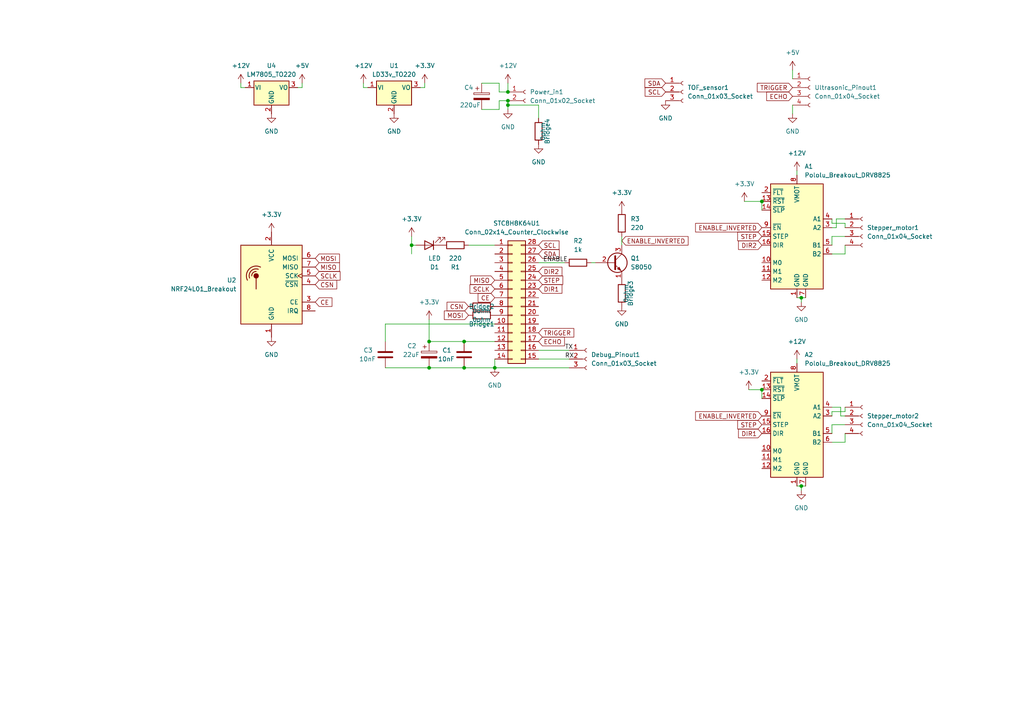
<source format=kicad_sch>
(kicad_sch (version 20230121) (generator eeschema)
  (paper "A4")
  (lib_symbols
    (symbol "Connector:Conn_01x02_Socket" (pin_names (offset 1.016) hide)
      (property "Reference" "J" (at 0 2.54 0))
      (property "Value" "Conn_01x02_Socket" (at 0 -5.08 0))
      (symbol "Conn_01x02_Socket_1_1"
        (arc (start 0 -2.032) (mid -0.5058 -2.54) (end 0 -3.048) (stroke (width 0.1524)))
        (polyline (pts (xy -1.27 -2.54) (xy -0.508 -2.54)) (stroke (width 0.1524)))
        (polyline (pts (xy -1.27 0) (xy -0.508 0)) (stroke (width 0.1524)))
        (arc (start 0 0.508) (mid -0.5058 0) (end 0 -0.508) (stroke (width 0.1524)))
        (pin passive line (at -5.08 0 0) (length 3.81) (name "Pin_1") (number "1"))
        (pin passive line (at -5.08 -2.54 0) (length 3.81) (name "Pin_2") (number "2"))
      )
    )
    (symbol "Connector:Conn_01x03_Socket" (pin_names (offset 1.016) hide)
      (property "Reference" "J" (at 0 5.08 0))
      (property "Value" "Conn_01x03_Socket" (at 0 -5.08 0))
      (symbol "Conn_01x03_Socket_1_1"
        (arc (start 0 -2.032) (mid -0.5058 -2.54) (end 0 -3.048) (stroke (width 0.1524)))
        (polyline (pts (xy -1.27 -2.54) (xy -0.508 -2.54)) (stroke (width 0.1524)))
        (polyline (pts (xy -1.27 0) (xy -0.508 0)) (stroke (width 0.1524)))
        (polyline (pts (xy -1.27 2.54) (xy -0.508 2.54)) (stroke (width 0.1524)))
        (arc (start 0 0.508) (mid -0.5058 0) (end 0 -0.508) (stroke (width 0.1524)))
        (arc (start 0 3.048) (mid -0.5058 2.54) (end 0 2.032) (stroke (width 0.1524)))
        (pin passive line (at -5.08 2.54 0) (length 3.81) (name "Pin_1") (number "1"))
        (pin passive line (at -5.08 0 0) (length 3.81) (name "Pin_2") (number "2"))
        (pin passive line (at -5.08 -2.54 0) (length 3.81) (name "Pin_3") (number "3"))
      )
    )
    (symbol "Connector:Conn_01x04_Socket" (pin_names (offset 1.016) hide)
      (property "Reference" "J" (at 0 5.08 0))
      (property "Value" "Conn_01x04_Socket" (at 0 -7.62 0))
      (symbol "Conn_01x04_Socket_1_1"
        (arc (start 0 -4.572) (mid -0.5058 -5.08) (end 0 -5.588) (stroke (width 0.1524)))
        (arc (start 0 -2.032) (mid -0.5058 -2.54) (end 0 -3.048) (stroke (width 0.1524)))
        (polyline (pts (xy -1.27 -5.08) (xy -0.508 -5.08)) (stroke (width 0.1524)))
        (polyline (pts (xy -1.27 -2.54) (xy -0.508 -2.54)) (stroke (width 0.1524)))
        (polyline (pts (xy -1.27 0) (xy -0.508 0)) (stroke (width 0.1524)))
        (polyline (pts (xy -1.27 2.54) (xy -0.508 2.54)) (stroke (width 0.1524)))
        (arc (start 0 0.508) (mid -0.5058 0) (end 0 -0.508) (stroke (width 0.1524)))
        (arc (start 0 3.048) (mid -0.5058 2.54) (end 0 2.032) (stroke (width 0.1524)))
        (pin passive line (at -5.08 2.54 0) (length 3.81) (name "Pin_1") (number "1"))
        (pin passive line (at -5.08 0 0) (length 3.81) (name "Pin_2") (number "2"))
        (pin passive line (at -5.08 -2.54 0) (length 3.81) (name "Pin_3") (number "3"))
        (pin passive line (at -5.08 -5.08 0) (length 3.81) (name "Pin_4") (number "4"))
      )
    )
    (symbol "Connector_Generic:Conn_02x14_Counter_Clockwise" (pin_names (offset 1.016) hide)
      (property "Reference" "J" (at 1.27 17.78 0))
      (property "Value" "Conn_02x14_Counter_Clockwise" (at 1.27 -20.32 0))
      (symbol "Conn_02x14_Counter_Clockwise_1_1"
        (rectangle (start -1.27 -17.653) (end 0 -17.907) (stroke (width 0.1524)))
        (rectangle (start -1.27 -15.113) (end 0 -15.367) (stroke (width 0.1524)))
        (rectangle (start -1.27 -12.573) (end 0 -12.827) (stroke (width 0.1524)))
        (rectangle (start -1.27 -10.033) (end 0 -10.287) (stroke (width 0.1524)))
        (rectangle (start -1.27 -7.493) (end 0 -7.747) (stroke (width 0.1524)))
        (rectangle (start -1.27 -4.953) (end 0 -5.207) (stroke (width 0.1524)))
        (rectangle (start -1.27 -2.413) (end 0 -2.667) (stroke (width 0.1524)))
        (rectangle (start -1.27 0.127) (end 0 -0.127) (stroke (width 0.1524)))
        (rectangle (start -1.27 2.667) (end 0 2.413) (stroke (width 0.1524)))
        (rectangle (start -1.27 5.207) (end 0 4.953) (stroke (width 0.1524)))
        (rectangle (start -1.27 7.747) (end 0 7.493) (stroke (width 0.1524)))
        (rectangle (start -1.27 10.287) (end 0 10.033) (stroke (width 0.1524)))
        (rectangle (start -1.27 12.827) (end 0 12.573) (stroke (width 0.1524)))
        (rectangle (start -1.27 15.367) (end 0 15.113) (stroke (width 0.1524)))
        (rectangle (start -1.27 16.51) (end 3.81 -19.05) (stroke (width 0.254)) (fill (type background)))
        (rectangle (start 3.81 -17.653) (end 2.54 -17.907) (stroke (width 0.1524)))
        (rectangle (start 3.81 -15.113) (end 2.54 -15.367) (stroke (width 0.1524)))
        (rectangle (start 3.81 -12.573) (end 2.54 -12.827) (stroke (width 0.1524)))
        (rectangle (start 3.81 -10.033) (end 2.54 -10.287) (stroke (width 0.1524)))
        (rectangle (start 3.81 -7.493) (end 2.54 -7.747) (stroke (width 0.1524)))
        (rectangle (start 3.81 -4.953) (end 2.54 -5.207) (stroke (width 0.1524)))
        (rectangle (start 3.81 -2.413) (end 2.54 -2.667) (stroke (width 0.1524)))
        (rectangle (start 3.81 0.127) (end 2.54 -0.127) (stroke (width 0.1524)))
        (rectangle (start 3.81 2.667) (end 2.54 2.413) (stroke (width 0.1524)))
        (rectangle (start 3.81 5.207) (end 2.54 4.953) (stroke (width 0.1524)))
        (rectangle (start 3.81 7.747) (end 2.54 7.493) (stroke (width 0.1524)))
        (rectangle (start 3.81 10.287) (end 2.54 10.033) (stroke (width 0.1524)))
        (rectangle (start 3.81 12.827) (end 2.54 12.573) (stroke (width 0.1524)))
        (rectangle (start 3.81 15.367) (end 2.54 15.113) (stroke (width 0.1524)))
        (pin passive line (at -5.08 15.24 0) (length 3.81) (name "Pin_1") (number "1"))
        (pin passive line (at -5.08 -7.62 0) (length 3.81) (name "Pin_10") (number "10"))
        (pin passive line (at -5.08 -10.16 0) (length 3.81) (name "Pin_11") (number "11"))
        (pin passive line (at -5.08 -12.7 0) (length 3.81) (name "Pin_12") (number "12"))
        (pin passive line (at -5.08 -15.24 0) (length 3.81) (name "Pin_13") (number "13"))
        (pin passive line (at -5.08 -17.78 0) (length 3.81) (name "Pin_14") (number "14"))
        (pin passive line (at 7.62 -17.78 180) (length 3.81) (name "Pin_15") (number "15"))
        (pin passive line (at 7.62 -15.24 180) (length 3.81) (name "Pin_16") (number "16"))
        (pin passive line (at 7.62 -12.7 180) (length 3.81) (name "Pin_17") (number "17"))
        (pin passive line (at 7.62 -10.16 180) (length 3.81) (name "Pin_18") (number "18"))
        (pin passive line (at 7.62 -7.62 180) (length 3.81) (name "Pin_19") (number "19"))
        (pin passive line (at -5.08 12.7 0) (length 3.81) (name "Pin_2") (number "2"))
        (pin passive line (at 7.62 -5.08 180) (length 3.81) (name "Pin_20") (number "20"))
        (pin passive line (at 7.62 -2.54 180) (length 3.81) (name "Pin_21") (number "21"))
        (pin passive line (at 7.62 0 180) (length 3.81) (name "Pin_22") (number "22"))
        (pin passive line (at 7.62 2.54 180) (length 3.81) (name "Pin_23") (number "23"))
        (pin passive line (at 7.62 5.08 180) (length 3.81) (name "Pin_24") (number "24"))
        (pin passive line (at 7.62 7.62 180) (length 3.81) (name "Pin_25") (number "25"))
        (pin passive line (at 7.62 10.16 180) (length 3.81) (name "Pin_26") (number "26"))
        (pin passive line (at 7.62 12.7 180) (length 3.81) (name "Pin_27") (number "27"))
        (pin passive line (at 7.62 15.24 180) (length 3.81) (name "Pin_28") (number "28"))
        (pin passive line (at -5.08 10.16 0) (length 3.81) (name "Pin_3") (number "3"))
        (pin passive line (at -5.08 7.62 0) (length 3.81) (name "Pin_4") (number "4"))
        (pin passive line (at -5.08 5.08 0) (length 3.81) (name "Pin_5") (number "5"))
        (pin passive line (at -5.08 2.54 0) (length 3.81) (name "Pin_6") (number "6"))
        (pin passive line (at -5.08 0 0) (length 3.81) (name "Pin_7") (number "7"))
        (pin passive line (at -5.08 -2.54 0) (length 3.81) (name "Pin_8") (number "8"))
        (pin passive line (at -5.08 -5.08 0) (length 3.81) (name "Pin_9") (number "9"))
      )
    )
    (symbol "Device:C" (pin_numbers hide) (pin_names (offset 0.254))
      (property "Reference" "C" (at 0.635 2.54 0))
      (property "Value" "C" (at 0.635 -2.54 0))
      (symbol "C_0_1"
        (polyline (pts (xy -2.032 -0.762) (xy 2.032 -0.762)) (stroke (width 0.508)))
        (polyline (pts (xy -2.032 0.762) (xy 2.032 0.762)) (stroke (width 0.508)))
      )
      (symbol "C_1_1"
        (pin passive line (at 0 3.81 270) (length 2.794) (name "~") (number "1"))
        (pin passive line (at 0 -3.81 90) (length 2.794) (name "~") (number "2"))
      )
    )
    (symbol "Device:C_Polarized" (pin_numbers hide) (pin_names (offset 0.254))
      (property "Reference" "C" (at 0.635 2.54 0))
      (property "Value" "C_Polarized" (at 0.635 -2.54 0))
      (symbol "C_Polarized_0_1"
        (rectangle (start -2.286 0.508) (end 2.286 1.016))
        (polyline (pts (xy -1.778 2.286) (xy -0.762 2.286)))
        (polyline (pts (xy -1.27 2.794) (xy -1.27 1.778)))
        (rectangle (start 2.286 -0.508) (end -2.286 -1.016) (fill (type outline)))
      )
      (symbol "C_Polarized_1_1"
        (pin passive line (at 0 3.81 270) (length 2.794) (name "~") (number "1"))
        (pin passive line (at 0 -3.81 90) (length 2.794) (name "~") (number "2"))
      )
    )
    (symbol "Device:LED" (pin_numbers hide) (pin_names (offset 1.016) hide)
      (property "Reference" "D" (at 0 2.54 0))
      (property "Value" "LED" (at 0 -2.54 0))
      (symbol "LED_0_1"
        (polyline (pts (xy -1.27 -1.27) (xy -1.27 1.27)) (stroke (width 0.254)))
        (polyline (pts (xy -1.27 0) (xy 1.27 0)))
        (polyline (pts (xy 1.27 -1.27) (xy 1.27 1.27) (xy -1.27 0) (xy 1.27 -1.27)) (stroke (width 0.254)))
        (polyline (pts (xy -3.048 -0.762) (xy -4.572 -2.286) (xy -3.81 -2.286) (xy -4.572 -2.286) (xy -4.572 -1.524)))
        (polyline (pts (xy -1.778 -0.762) (xy -3.302 -2.286) (xy -2.54 -2.286) (xy -3.302 -2.286) (xy -3.302 -1.524)))
      )
      (symbol "LED_1_1"
        (pin passive line (at -3.81 0 0) (length 2.54) (name "K") (number "1"))
        (pin passive line (at 3.81 0 180) (length 2.54) (name "A") (number "2"))
      )
    )
    (symbol "Device:R" (pin_numbers hide) (pin_names (offset 0))
      (property "Reference" "R" (at 2.032 0 90))
      (property "Value" "R" (at 0 0 90))
      (symbol "R_0_1"
        (rectangle (start -1.016 -2.54) (end 1.016 2.54) (stroke (width 0.254)))
      )
      (symbol "R_1_1"
        (pin passive line (at 0 3.81 270) (length 1.27) (name "~") (number "1"))
        (pin passive line (at 0 -3.81 90) (length 1.27) (name "~") (number "2"))
      )
    )
    (symbol "Driver_Motor:Pololu_Breakout_DRV8825"
      (property "Reference" "A" (at -2.54 16.51 0))
      (property "Value" "Pololu_Breakout_DRV8825" (at -2.54 13.97 0))
      (symbol "Pololu_Breakout_DRV8825_0_1"
        (rectangle (start 7.62 -17.78) (end -7.62 12.7) (stroke (width 0.254)) (fill (type background)))
      )
      (symbol "Pololu_Breakout_DRV8825_1_1"
        (pin power_in line (at 0 -20.32 90) (length 2.54) (name "GND") (number "1"))
        (pin input line (at -10.16 -10.16 0) (length 2.54) (name "M0") (number "10"))
        (pin input line (at -10.16 -12.7 0) (length 2.54) (name "M1") (number "11"))
        (pin input line (at -10.16 -15.24 0) (length 2.54) (name "M2") (number "12"))
        (pin input line (at -10.16 7.62 0) (length 2.54) (name "~{RST}") (number "13"))
        (pin input line (at -10.16 5.08 0) (length 2.54) (name "~{SLP}") (number "14"))
        (pin input line (at -10.16 -2.54 0) (length 2.54) (name "STEP") (number "15"))
        (pin input line (at -10.16 -5.08 0) (length 2.54) (name "DIR") (number "16"))
        (pin output line (at -10.16 10.16 0) (length 2.54) (name "~{FLT}") (number "2"))
        (pin output line (at 10.16 0 180) (length 2.54) (name "A2") (number "3"))
        (pin output line (at 10.16 2.54 180) (length 2.54) (name "A1") (number "4"))
        (pin output line (at 10.16 -5.08 180) (length 2.54) (name "B1") (number "5"))
        (pin output line (at 10.16 -7.62 180) (length 2.54) (name "B2") (number "6"))
        (pin power_in line (at 2.54 -20.32 90) (length 2.54) (name "GND") (number "7"))
        (pin power_in line (at 0 15.24 270) (length 2.54) (name "VMOT") (number "8"))
        (pin input line (at -10.16 0 0) (length 2.54) (name "~{EN}") (number "9"))
      )
    )
    (symbol "RF:NRF24L01_Breakout" (pin_names (offset 1.016))
      (property "Reference" "U" (at -8.89 12.7 0))
      (property "Value" "NRF24L01_Breakout" (at 3.81 12.7 0))
      (symbol "NRF24L01_Breakout_0_1"
        (rectangle (start -8.89 11.43) (end 8.89 -11.43) (stroke (width 0.254)) (fill (type background)))
        (polyline (pts (xy 4.445 1.905) (xy 4.445 -1.27)) (stroke (width 0.254)))
        (circle (center 4.445 2.54) (radius 0.635) (stroke (width 0.254)) (fill (type outline)))
        (arc (start 5.715 2.54) (mid 5.3521 3.4546) (end 4.445 3.81) (stroke (width 0.254)))
        (arc (start 6.35 1.905) (mid 5.8763 3.9854) (end 3.81 4.445) (stroke (width 0.254)))
        (arc (start 6.985 1.27) (mid 6.453 4.548) (end 3.175 5.08) (stroke (width 0.254)))
      )
      (symbol "NRF24L01_Breakout_1_1"
        (pin power_in line (at 0 -15.24 90) (length 3.81) (name "GND") (number "1"))
        (pin power_in line (at 0 15.24 270) (length 3.81) (name "VCC") (number "2"))
        (pin input line (at -12.7 -5.08 0) (length 3.81) (name "CE") (number "3"))
        (pin input line (at -12.7 0 0) (length 3.81) (name "~{CSN}") (number "4"))
        (pin input clock (at -12.7 2.54 0) (length 3.81) (name "SCK") (number "5"))
        (pin input line (at -12.7 7.62 0) (length 3.81) (name "MOSI") (number "6"))
        (pin output line (at -12.7 5.08 0) (length 3.81) (name "MISO") (number "7"))
        (pin output line (at -12.7 -7.62 0) (length 3.81) (name "IRQ") (number "8"))
      )
    )
    (symbol "Regulator_Linear:LM7805_TO220" (pin_names (offset 0.254))
      (property "Reference" "U" (at -3.81 3.175 0))
      (property "Value" "LM7805_TO220" (at 0 3.175 0))
      (symbol "LM7805_TO220_0_1"
        (rectangle (start -5.08 1.905) (end 5.08 -5.08) (stroke (width 0.254)) (fill (type background)))
      )
      (symbol "LM7805_TO220_1_1"
        (pin power_in line (at -7.62 0 0) (length 2.54) (name "VI") (number "1"))
        (pin power_in line (at 0 -7.62 90) (length 2.54) (name "GND") (number "2"))
        (pin power_out line (at 7.62 0 180) (length 2.54) (name "VO") (number "3"))
      )
    )
    (symbol "Transistor_BJT:S8050" (pin_names (offset 0) hide)
      (property "Reference" "Q" (at 5.08 1.905 0))
      (property "Value" "S8050" (at 5.08 0 0))
      (symbol "S8050_0_1"
        (polyline (pts (xy 0 0) (xy 0.635 0)))
        (polyline (pts (xy 0.635 0.635) (xy 2.54 2.54)))
        (polyline (pts (xy 0.635 -0.635) (xy 2.54 -2.54) (xy 2.54 -2.54)))
        (polyline (pts (xy 0.635 1.905) (xy 0.635 -1.905) (xy 0.635 -1.905)) (stroke (width 0.508)))
        (polyline (pts (xy 1.27 -1.778) (xy 1.778 -1.27) (xy 2.286 -2.286) (xy 1.27 -1.778) (xy 1.27 -1.778)) (fill (type outline)))
        (circle (center 1.27 0) (radius 2.8194) (stroke (width 0.254)))
      )
      (symbol "S8050_1_1"
        (pin passive line (at 2.54 -5.08 90) (length 2.54) (name "E") (number "1"))
        (pin input line (at -5.08 0 0) (length 5.08) (name "B") (number "2"))
        (pin passive line (at 2.54 5.08 270) (length 2.54) (name "C") (number "3"))
      )
    )
    (symbol "power:+12V" (power) (pin_names (offset 0))
      (property "Value" "+12V" (at 0 3.556 0))
      (symbol "+12V_0_1"
        (polyline (pts (xy -0.762 1.27) (xy 0 2.54)))
        (polyline (pts (xy 0 0) (xy 0 2.54)))
        (polyline (pts (xy 0 2.54) (xy 0.762 1.27)))
      )
      (symbol "+12V_1_1"
        (pin power_in line (at 0 0 90) (length 0) hide (name "+12V") (number "1"))
      )
    )
    (symbol "power:+3.3V" (power) (pin_names (offset 0))
      (property "Value" "+3.3V" (at 0 3.556 0))
      (symbol "+3.3V_0_1"
        (polyline (pts (xy -0.762 1.27) (xy 0 2.54)))
        (polyline (pts (xy 0 0) (xy 0 2.54)))
        (polyline (pts (xy 0 2.54) (xy 0.762 1.27)))
      )
      (symbol "+3.3V_1_1"
        (pin power_in line (at 0 0 90) (length 0) hide (name "+3.3V") (number "1"))
      )
    )
    (symbol "power:+5V" (power) (pin_names (offset 0))
      (property "Value" "+5V" (at 0 3.556 0))
      (symbol "+5V_0_1"
        (polyline (pts (xy -0.762 1.27) (xy 0 2.54)))
        (polyline (pts (xy 0 0) (xy 0 2.54)))
        (polyline (pts (xy 0 2.54) (xy 0.762 1.27)))
      )
      (symbol "+5V_1_1"
        (pin power_in line (at 0 0 90) (length 0) hide (name "+5V") (number "1"))
      )
    )
    (symbol "power:GND" (power) (pin_names (offset 0))
      (property "Value" "GND" (at 0 -3.81 0))
      (symbol "GND_0_1"
        (polyline (pts (xy 0 0) (xy 0 -1.27) (xy 1.27 -1.27) (xy 0 -2.54) (xy -1.27 -1.27) (xy 0 -1.27)))
      )
      (symbol "GND_1_1"
        (pin power_in line (at 0 0 270) (length 0) hide (name "GND") (number "1"))
      )
    )
  )
  (junction (at 134.62 106.68))
  (junction (at 143.51 106.68))
  (junction (at 147.32 30.48))
  (junction (at 147.32 29.21))
  (junction (at 124.46 106.68))
  (junction (at 220.98 113.03))
  (junction (at 134.62 99.06))
  (junction (at 220.98 58.42))
  (junction (at 232.41 86.36))
  (junction (at 124.46 99.06))
  (junction (at 147.32 26.67))
  (junction (at 232.41 140.97))
  (junction (at 119.38 71.12))
  (wire (pts (xy 156.21 104.14) (xy 165.1 104.14)))
  (wire (pts (xy 245.11 63.5) (xy 242.57 63.5)))
  (wire (pts (xy 87.63 24.13) (xy 87.63 25.4)))
  (wire (pts (xy 124.46 106.68) (xy 134.62 106.68)))
  (wire (pts (xy 241.3 118.11) (xy 243.84 118.11)))
  (wire (pts (xy 144.78 31.75) (xy 139.7 31.75)))
  (wire (pts (xy 241.3 68.58) (xy 241.3 71.12)))
  (wire (pts (xy 229.87 30.48) (xy 229.87 33.02)))
  (wire (pts (xy 124.46 99.06) (xy 134.62 99.06)))
  (wire (pts (xy 111.76 106.68) (xy 124.46 106.68)))
  (wire (pts (xy 143.51 104.14) (xy 143.51 106.68)))
  (wire (pts (xy 144.78 24.13) (xy 144.78 26.67)))
  (wire (pts (xy 134.62 106.68) (xy 143.51 106.68)))
  (wire (pts (xy 156.21 34.29) (xy 156.21 30.48)))
  (wire (pts (xy 220.98 113.03) (xy 220.98 115.57)))
  (wire (pts (xy 147.32 30.48) (xy 147.32 31.75)))
  (wire (pts (xy 139.7 24.13) (xy 144.78 24.13)))
  (wire (pts (xy 232.41 86.36) (xy 233.68 86.36)))
  (wire (pts (xy 105.41 24.13) (xy 105.41 25.4)))
  (wire (pts (xy 147.32 29.21) (xy 147.32 30.48)))
  (wire (pts (xy 134.62 99.06) (xy 143.51 99.06)))
  (wire (pts (xy 241.3 119.38) (xy 241.3 120.65)))
  (wire (pts (xy 232.41 140.97) (xy 232.41 142.24)))
  (wire (pts (xy 144.78 26.67) (xy 147.32 26.67)))
  (wire (pts (xy 69.85 24.13) (xy 69.85 25.4)))
  (wire (pts (xy 243.84 118.11) (xy 243.84 120.65)))
  (wire (pts (xy 143.51 93.98) (xy 111.76 93.98)))
  (wire (pts (xy 144.78 29.21) (xy 144.78 31.75)))
  (wire (pts (xy 232.41 140.97) (xy 233.68 140.97)))
  (wire (pts (xy 231.14 104.14) (xy 231.14 105.41)))
  (wire (pts (xy 123.19 24.13) (xy 123.19 25.4)))
  (wire (pts (xy 229.87 20.32) (xy 229.87 22.86)))
  (wire (pts (xy 171.45 76.2) (xy 172.72 76.2)))
  (wire (pts (xy 156.21 76.2) (xy 163.83 76.2)))
  (wire (pts (xy 232.41 86.36) (xy 232.41 87.63)))
  (wire (pts (xy 245.11 68.58) (xy 241.3 68.58)))
  (wire (pts (xy 231.14 140.97) (xy 232.41 140.97)))
  (wire (pts (xy 147.32 24.13) (xy 147.32 26.67)))
  (wire (pts (xy 245.11 73.66) (xy 241.3 73.66)))
  (wire (pts (xy 87.63 25.4) (xy 86.36 25.4)))
  (wire (pts (xy 217.17 113.03) (xy 220.98 113.03)))
  (wire (pts (xy 245.11 123.19) (xy 241.3 123.19)))
  (wire (pts (xy 119.38 71.12) (xy 120.65 71.12)))
  (wire (pts (xy 119.38 68.58) (xy 119.38 71.12)))
  (wire (pts (xy 245.11 119.38) (xy 241.3 119.38)))
  (wire (pts (xy 123.19 25.4) (xy 121.92 25.4)))
  (wire (pts (xy 231.14 86.36) (xy 232.41 86.36)))
  (wire (pts (xy 156.21 30.48) (xy 147.32 30.48)))
  (wire (pts (xy 242.57 66.04) (xy 241.3 66.04)))
  (wire (pts (xy 231.14 49.53) (xy 231.14 50.8)))
  (wire (pts (xy 245.11 128.27) (xy 241.3 128.27)))
  (wire (pts (xy 147.32 29.21) (xy 144.78 29.21)))
  (wire (pts (xy 180.34 68.58) (xy 180.34 71.12)))
  (wire (pts (xy 69.85 25.4) (xy 71.12 25.4)))
  (wire (pts (xy 135.89 71.12) (xy 143.51 71.12)))
  (wire (pts (xy 156.21 101.6) (xy 165.1 101.6)))
  (wire (pts (xy 106.68 25.4) (xy 105.41 25.4)))
  (wire (pts (xy 119.38 73.66) (xy 119.38 71.12)))
  (wire (pts (xy 111.76 93.98) (xy 111.76 99.06)))
  (wire (pts (xy 245.11 118.11) (xy 245.11 119.38)))
  (wire (pts (xy 220.98 58.42) (xy 220.98 60.96)))
  (wire (pts (xy 241.3 63.5) (xy 241.3 64.77)))
  (wire (pts (xy 245.11 125.73) (xy 245.11 128.27)))
  (wire (pts (xy 242.57 63.5) (xy 242.57 66.04)))
  (wire (pts (xy 241.3 64.77) (xy 245.11 64.77)))
  (wire (pts (xy 215.9 58.42) (xy 220.98 58.42)))
  (wire (pts (xy 245.11 64.77) (xy 245.11 66.04)))
  (wire (pts (xy 245.11 71.12) (xy 245.11 73.66)))
  (wire (pts (xy 241.3 123.19) (xy 241.3 125.73)))
  (wire (pts (xy 124.46 92.71) (xy 124.46 99.06)))
  (wire (pts (xy 243.84 120.65) (xy 245.11 120.65)))
  (wire (pts (xy 165.1 106.68) (xy 143.51 106.68)))
  (label "RX" (at 163.83 104.14 0))
  (label "ENABLE" (at 157.48 76.2 0))
  (label "TX" (at 163.83 101.6 0))
  (global_label "DIR2" (shape input) (at 220.98 71.12 180) (property "Intersheetrefs" "${INTERSHEET_REFS}" (effects hide)))
  (global_label "CSN" (shape input) (at 135.89 88.9 180) (property "Intersheetrefs" "${INTERSHEET_REFS}" (effects hide)))
  (global_label "CE" (shape input) (at 143.51 86.36 180) (property "Intersheetrefs" "${INTERSHEET_REFS}" (effects hide)))
  (global_label "ENABLE_INVERTED" (shape input) (at 180.34 69.85 0) (property "Intersheetrefs" "${INTERSHEET_REFS}" (effects hide)))
  (global_label "CE" (shape input) (at 91.44 87.63 0) (property "Intersheetrefs" "${INTERSHEET_REFS}" (effects hide)))
  (global_label "SCL" (shape input) (at 193.04 26.67 180) (property "Intersheetrefs" "${INTERSHEET_REFS}" (effects hide)))
  (global_label "STEP" (shape input) (at 220.98 123.19 180) (property "Intersheetrefs" "${INTERSHEET_REFS}" (effects hide)))
  (global_label "SCLK" (shape input) (at 91.44 80.01 0) (property "Intersheetrefs" "${INTERSHEET_REFS}" (effects hide)))
  (global_label "TRIGGER" (shape input) (at 156.21 96.52 0) (property "Intersheetrefs" "${INTERSHEET_REFS}" (effects hide)))
  (global_label "ENABLE_INVERTED" (shape input) (at 220.98 66.04 180) (property "Intersheetrefs" "${INTERSHEET_REFS}" (effects hide)))
  (global_label "SCL" (shape input) (at 156.21 71.12 0) (property "Intersheetrefs" "${INTERSHEET_REFS}" (effects hide)))
  (global_label "STEP" (shape input) (at 220.98 68.58 180) (property "Intersheetrefs" "${INTERSHEET_REFS}" (effects hide)))
  (global_label "CSN" (shape input) (at 91.44 82.55 0) (property "Intersheetrefs" "${INTERSHEET_REFS}" (effects hide)))
  (global_label "TRIGGER" (shape input) (at 229.87 25.4 180) (property "Intersheetrefs" "${INTERSHEET_REFS}" (effects hide)))
  (global_label "SCLK" (shape input) (at 143.51 83.82 180) (property "Intersheetrefs" "${INTERSHEET_REFS}" (effects hide)))
  (global_label "MISO" (shape input) (at 91.44 77.47 0) (property "Intersheetrefs" "${INTERSHEET_REFS}" (effects hide)))
  (global_label "DIR2" (shape input) (at 156.21 78.74 0) (property "Intersheetrefs" "${INTERSHEET_REFS}" (effects hide)))
  (global_label "STEP" (shape input) (at 156.21 81.28 0) (property "Intersheetrefs" "${INTERSHEET_REFS}" (effects hide)))
  (global_label "MISO" (shape input) (at 143.51 81.28 180) (property "Intersheetrefs" "${INTERSHEET_REFS}" (effects hide)))
  (global_label "SDA" (shape input) (at 156.21 73.66 0) (property "Intersheetrefs" "${INTERSHEET_REFS}" (effects hide)))
  (global_label "MOSI" (shape input) (at 135.89 91.44 180) (property "Intersheetrefs" "${INTERSHEET_REFS}" (effects hide)))
  (global_label "ECHO" (shape input) (at 156.21 99.06 0) (property "Intersheetrefs" "${INTERSHEET_REFS}" (effects hide)))
  (global_label "SDA" (shape input) (at 193.04 24.13 180) (property "Intersheetrefs" "${INTERSHEET_REFS}" (effects hide)))
  (global_label "ECHO" (shape input) (at 229.87 27.94 180) (property "Intersheetrefs" "${INTERSHEET_REFS}" (effects hide)))
  (global_label "DIR1" (shape input) (at 156.21 83.82 0) (property "Intersheetrefs" "${INTERSHEET_REFS}" (effects hide)))
  (global_label "MOSI" (shape input) (at 91.44 74.93 0) (property "Intersheetrefs" "${INTERSHEET_REFS}" (effects hide)))
  (global_label "DIR1" (shape input) (at 220.98 125.73 180) (property "Intersheetrefs" "${INTERSHEET_REFS}" (effects hide)))
  (global_label "ENABLE_INVERTED" (shape input) (at 220.98 120.65 180) (property "Intersheetrefs" "${INTERSHEET_REFS}" (effects hide)))
  (symbol (lib_id "power:+12V") (at 105.41 24.13 0) (unit 1)
    (property "Reference" "#PWR016" (effects hide))
    (property "Value" "+12V" (at 105.41 19.05 0))
  )
  (symbol (lib_id "power:GND") (at 229.87 33.02 0) (unit 1)
    (property "Reference" "#PWR010" (effects hide))
    (property "Value" "GND" (at 229.87 38.1 0))
  )
  (symbol (lib_id "Device:R") (at 156.21 38.1 180) (unit 1)
    (property "Reference" "Bridge4" (at 158.75 38.1 90))
    (property "Value" "0ohm" (at 157.48 38.1 90))
    (property "Footprint" "Resistor_THT:R_Axial_DIN0207_L6.3mm_D2.5mm_P7.62mm_Horizontal" (effects hide))
  )
  (symbol (lib_id "power:+3.3V") (at 217.17 113.03 0) (unit 1)
    (property "Reference" "#PWR023" (effects hide))
    (property "Value" "+3.3V" (at 217.17 107.95 0))
  )
  (symbol (lib_id "power:+3.3V") (at 123.19 24.13 0) (unit 1)
    (property "Reference" "#PWR04" (effects hide))
    (property "Value" "+3.3V" (at 123.19 19.05 0))
  )
  (symbol (lib_id "Device:C") (at 111.76 102.87 180) (unit 1)
    (property "Reference" "C3" (at 105.41 101.6 0) (effects (justify right)))
    (property "Value" "10nF" (at 104.14 104.14 0) (effects (justify right)))
    (property "Footprint" "Capacitor_THT:C_Disc_D5.0mm_W2.5mm_P2.50mm" (effects hide))
  )
  (symbol (lib_id "Transistor_BJT:S8050") (at 177.8 76.2 0) (unit 1)
    (property "Reference" "Q1" (at 182.88 74.93 0) (effects (justify left)))
    (property "Value" "S8050" (at 182.88 77.47 0) (effects (justify left)))
    (property "Footprint" "Package_TO_SOT_THT:TO-92_Inline" (effects hide))
    (property "Datasheet" "http://www.unisonic.com.tw/datasheet/S8050.pdf" (effects hide))
  )
  (symbol (lib_id "power:GND") (at 78.74 97.79 0) (unit 1)
    (property "Reference" "#PWR012" (effects hide))
    (property "Value" "GND" (at 78.74 102.87 0))
  )
  (symbol (lib_id "power:+3.3V") (at 215.9 58.42 0) (unit 1)
    (property "Reference" "#PWR022" (effects hide))
    (property "Value" "+3.3V" (at 215.9 53.34 0))
  )
  (symbol (lib_id "power:+3.3V") (at 119.38 68.58 0) (unit 1)
    (property "Reference" "#PWR019" (effects hide))
    (property "Value" "+3.3V" (at 119.38 63.5 0))
  )
  (symbol (lib_id "RF:NRF24L01_Breakout") (at 78.74 82.55 0) (mirror y) (unit 1)
    (property "Reference" "U2" (at 68.58 81.28 0) (effects (justify left)))
    (property "Value" "NRF24L01_Breakout" (at 68.58 83.82 0) (effects (justify left)))
    (property "Footprint" "RF_Module:nRF24L01_Breakout" (effects hide))
    (property "Datasheet" "http://www.nordicsemi.com/eng/content/download/2730/34105/file/nRF24L01_Product_Specification_v2_0.pdf" (effects hide))
  )
  (symbol (lib_id "power:GND") (at 143.51 106.68 0) (unit 1)
    (property "Reference" "#PWR011" (effects hide))
    (property "Value" "GND" (at 143.51 111.76 0))
  )
  (symbol (lib_id "Device:R") (at 180.34 64.77 180) (unit 1)
    (property "Reference" "R3" (at 182.88 63.5 0) (effects (justify right)))
    (property "Value" "220" (at 182.88 66.04 0) (effects (justify right)))
    (property "Footprint" "Resistor_THT:R_Axial_DIN0207_L6.3mm_D2.5mm_P7.62mm_Horizontal" (effects hide))
  )
  (symbol (lib_id "Connector:Conn_01x03_Socket") (at 198.12 26.67 0) (unit 1)
    (property "Reference" "TOF_sensor1" (at 199.39 25.4 0) (effects (justify left)))
    (property "Value" "Conn_01x03_Socket" (at 199.39 27.94 0) (effects (justify left)))
    (property "Footprint" "Connector_PinSocket_2.54mm:PinSocket_1x03_P2.54mm_Vertical" (effects hide))
  )
  (symbol (lib_id "power:+3.3V") (at 78.74 67.31 0) (unit 1)
    (property "Reference" "#PWR013" (effects hide))
    (property "Value" "+3.3V" (at 78.74 62.23 0))
  )
  (symbol (lib_id "Device:LED") (at 124.46 71.12 180) (unit 1)
    (property "Reference" "D1" (at 126.0475 77.47 0))
    (property "Value" "LED" (at 126.0475 74.93 0))
    (property "Footprint" "LED_THT:LED_D3.0mm" (effects hide))
  )
  (symbol (lib_id "Connector:Conn_01x04_Socket") (at 250.19 120.65 0) (unit 1)
    (property "Reference" "Stepper_motor2" (at 251.46 120.65 0) (effects (justify left)))
    (property "Value" "Conn_01x04_Socket" (at 251.46 123.19 0) (effects (justify left)))
    (property "Footprint" "Connector_JST:JST_EH_B4B-EH-A_1x04_P2.50mm_Vertical" (effects hide))
  )
  (symbol (lib_id "power:GND") (at 78.74 33.02 0) (unit 1)
    (property "Reference" "#PWR015" (effects hide))
    (property "Value" "GND" (at 78.74 38.1 0))
  )
  (symbol (lib_id "Regulator_Linear:LM7805_TO220") (at 78.74 25.4 0) (unit 1)
    (property "Reference" "U4" (at 78.74 19.05 0))
    (property "Value" "LM7805_TO220" (at 78.74 21.59 0))
    (property "Footprint" "Package_TO_SOT_THT:TO-220-3_Vertical" (effects hide))
    (property "Datasheet" "https://www.onsemi.cn/PowerSolutions/document/MC7800-D.PDF" (effects hide))
  )
  (symbol (lib_id "Device:R") (at 167.64 76.2 90) (unit 1)
    (property "Reference" "R2" (at 167.64 69.85 90))
    (property "Value" "1k" (at 167.64 72.39 90))
    (property "Footprint" "Resistor_THT:R_Axial_DIN0207_L6.3mm_D2.5mm_P7.62mm_Horizontal" (effects hide))
  )
  (symbol (lib_id "Device:R") (at 180.34 85.09 180) (unit 1)
    (property "Reference" "Bridge3" (at 182.88 85.09 90))
    (property "Value" "0ohm" (at 181.61 85.09 90))
    (property "Footprint" "Resistor_THT:R_Axial_DIN0207_L6.3mm_D2.5mm_P7.62mm_Horizontal" (effects hide))
  )
  (symbol (lib_id "power:GND") (at 180.34 88.9 0) (unit 1)
    (property "Reference" "#PWR021" (effects hide))
    (property "Value" "GND" (at 180.34 93.98 0))
  )
  (symbol (lib_id "power:+5V") (at 87.63 24.13 0) (unit 1)
    (property "Reference" "#PWR03" (effects hide))
    (property "Value" "+5V" (at 87.63 19.05 0))
  )
  (symbol (lib_id "Device:R") (at 139.7 88.9 90) (unit 1)
    (property "Reference" "Bridge2" (at 139.7 88.9 90))
    (property "Value" "0ohm" (at 139.7 90.17 90))
    (property "Footprint" "Resistor_THT:R_Axial_DIN0207_L6.3mm_D2.5mm_P7.62mm_Horizontal" (effects hide))
  )
  (symbol (lib_id "power:+12V") (at 231.14 104.14 0) (unit 1)
    (property "Reference" "#PWR08" (effects hide))
    (property "Value" "+12V" (at 231.14 99.06 0))
  )
  (symbol (lib_id "Device:C_Polarized") (at 124.46 102.87 0) (unit 1)
    (property "Reference" "C2" (at 118.11 100.33 0) (effects (justify left)))
    (property "Value" "22uF" (at 116.84 102.87 0) (effects (justify left)))
    (property "Footprint" "Capacitor_THT:CP_Radial_D5.0mm_P2.00mm" (effects hide))
  )
  (symbol (lib_id "Device:R") (at 139.7 91.44 90) (unit 1)
    (property "Reference" "Bridge1" (at 139.7 93.98 90))
    (property "Value" "0ohm" (at 139.7 92.71 90))
    (property "Footprint" "Resistor_THT:R_Axial_DIN0207_L6.3mm_D2.5mm_P7.62mm_Horizontal" (effects hide))
  )
  (symbol (lib_id "Connector:Conn_01x04_Socket") (at 234.95 25.4 0) (unit 1)
    (property "Reference" "Ultrasonic_Pinout1" (at 236.22 25.4 0) (effects (justify left)))
    (property "Value" "Conn_01x04_Socket" (at 236.22 27.94 0) (effects (justify left)))
    (property "Footprint" "Connector_JST:JST_EH_B4B-EH-A_1x04_P2.50mm_Vertical" (effects hide))
  )
  (symbol (lib_id "power:+5V") (at 229.87 20.32 0) (unit 1)
    (property "Reference" "#PWR09" (effects hide))
    (property "Value" "+5V" (at 229.87 15.24 0))
  )
  (symbol (lib_id "power:+12V") (at 231.14 49.53 0) (unit 1)
    (property "Reference" "#PWR07" (effects hide))
    (property "Value" "+12V" (at 231.14 44.45 0))
  )
  (symbol (lib_id "Device:C_Polarized") (at 139.7 27.94 0) (unit 1)
    (property "Reference" "C4" (at 134.62 25.4 0) (effects (justify left)))
    (property "Value" "220uF" (at 133.35 30.48 0) (effects (justify left)))
    (property "Footprint" "Capacitor_THT:CP_Radial_D5.0mm_P2.50mm" (effects hide))
  )
  (symbol (lib_id "Device:R") (at 132.08 71.12 270) (unit 1)
    (property "Reference" "R1" (at 132.08 77.47 90))
    (property "Value" "220" (at 132.08 74.93 90))
    (property "Footprint" "Resistor_THT:R_Axial_DIN0207_L6.3mm_D2.5mm_P7.62mm_Horizontal" (effects hide))
  )
  (symbol (lib_id "Regulator_Linear:LM7805_TO220") (at 114.3 25.4 0) (unit 1)
    (property "Reference" "U1" (at 114.3 19.05 0))
    (property "Value" "LD33v_TO220" (at 114.3 21.59 0))
    (property "Footprint" "Package_TO_SOT_THT:TO-220-3_Vertical" (effects hide))
    (property "Datasheet" "https://www.onsemi.cn/PowerSolutions/document/MC7800-D.PDF" (effects hide))
  )
  (symbol (lib_id "Connector:Conn_01x02_Socket") (at 152.4 26.67 0) (unit 1)
    (property "Reference" "Power_in1" (at 153.67 26.67 0) (effects (justify left)))
    (property "Value" "Conn_01x02_Socket" (at 153.67 29.21 0) (effects (justify left)))
    (property "Footprint" "Connector_JST:JST_EH_B2B-EH-A_1x02_P2.50mm_Vertical" (effects hide))
  )
  (symbol (lib_id "Driver_Motor:Pololu_Breakout_DRV8825") (at 231.14 120.65 0) (unit 1)
    (property "Reference" "A2" (at 233.3341 102.87 0) (effects (justify left)))
    (property "Value" "Pololu_Breakout_DRV8825" (at 233.3341 105.41 0) (effects (justify left)))
    (property "Footprint" "Module:Pololu_Breakout-16_15.2x20.3mm" (effects hide))
    (property "Datasheet" "https://www.pololu.com/product/2982" (effects hide))
  )
  (symbol (lib_id "power:GND") (at 114.3 33.02 0) (unit 1)
    (property "Reference" "#PWR014" (effects hide))
    (property "Value" "GND" (at 114.3 38.1 0))
  )
  (symbol (lib_id "power:+3.3V") (at 124.46 92.71 0) (unit 1)
    (property "Reference" "#PWR018" (effects hide))
    (property "Value" "+3.3V" (at 124.46 87.63 0))
  )
  (symbol (lib_id "Connector:Conn_01x03_Socket") (at 170.18 104.14 0) (unit 1)
    (property "Reference" "Debug_Pinout1" (at 171.45 102.87 0) (effects (justify left)))
    (property "Value" "Conn_01x03_Socket" (at 171.45 105.41 0) (effects (justify left)))
    (property "Footprint" "Connector_PinSocket_2.54mm:PinSocket_1x03_P2.54mm_Vertical" (effects hide))
  )
  (symbol (lib_id "Connector:Conn_01x04_Socket") (at 250.19 66.04 0) (unit 1)
    (property "Reference" "Stepper_motor1" (at 251.46 66.04 0) (effects (justify left)))
    (property "Value" "Conn_01x04_Socket" (at 251.46 68.58 0) (effects (justify left)))
    (property "Footprint" "Connector_JST:JST_EH_B4B-EH-A_1x04_P2.50mm_Vertical" (effects hide))
  )
  (symbol (lib_id "power:GND") (at 193.04 29.21 0) (unit 1)
    (property "Reference" "#PWR024" (effects hide))
    (property "Value" "GND" (at 193.04 34.29 0))
  )
  (symbol (lib_id "Connector_Generic:Conn_02x14_Counter_Clockwise") (at 148.59 86.36 0) (unit 1)
    (property "Reference" "STC8H8K64U1" (at 149.86 64.77 0))
    (property "Value" "Conn_02x14_Counter_Clockwise" (at 149.86 67.31 0))
    (property "Footprint" "Package_DIP:DIP-28_W7.62mm_LongPads" (effects hide))
  )
  (symbol (lib_id "power:GND") (at 232.41 87.63 0) (unit 1)
    (property "Reference" "#PWR05" (effects hide))
    (property "Value" "GND" (at 232.41 92.71 0))
  )
  (symbol (lib_id "Device:C") (at 134.62 102.87 180) (unit 1)
    (property "Reference" "C1" (at 128.27 101.6 0) (effects (justify right)))
    (property "Value" "10nF" (at 127 104.14 0) (effects (justify right)))
    (property "Footprint" "Capacitor_THT:C_Disc_D5.0mm_W2.5mm_P2.50mm" (effects hide))
  )
  (symbol (lib_id "power:GND") (at 147.32 31.75 0) (unit 1)
    (property "Reference" "#PWR02" (effects hide))
    (property "Value" "GND" (at 147.32 36.83 0))
  )
  (symbol (lib_id "power:+12V") (at 69.85 24.13 0) (unit 1)
    (property "Reference" "#PWR017" (effects hide))
    (property "Value" "+12V" (at 69.85 19.05 0))
  )
  (symbol (lib_id "power:GND") (at 232.41 142.24 0) (unit 1)
    (property "Reference" "#PWR06" (effects hide))
    (property "Value" "GND" (at 232.41 147.32 0))
  )
  (symbol (lib_id "power:GND") (at 156.21 41.91 0) (unit 1)
    (property "Reference" "#PWR025" (effects hide))
    (property "Value" "GND" (at 156.21 46.99 0))
  )
  (symbol (lib_id "power:+3.3V") (at 180.34 60.96 0) (unit 1)
    (property "Reference" "#PWR020" (effects hide))
    (property "Value" "+3.3V" (at 180.34 55.88 0))
  )
  (symbol (lib_id "power:+12V") (at 147.32 24.13 0) (unit 1)
    (property "Reference" "#PWR01" (effects hide))
    (property "Value" "+12V" (at 147.32 19.05 0))
  )
  (symbol (lib_id "Driver_Motor:Pololu_Breakout_DRV8825") (at 231.14 66.04 0) (unit 1)
    (property "Reference" "A1" (at 233.3341 48.26 0) (effects (justify left)))
    (property "Value" "Pololu_Breakout_DRV8825" (at 233.3341 50.8 0) (effects (justify left)))
    (property "Footprint" "Module:Pololu_Breakout-16_15.2x20.3mm" (effects hide))
    (property "Datasheet" "https://www.pololu.com/product/2982" (effects hide))
  )
)
</source>
